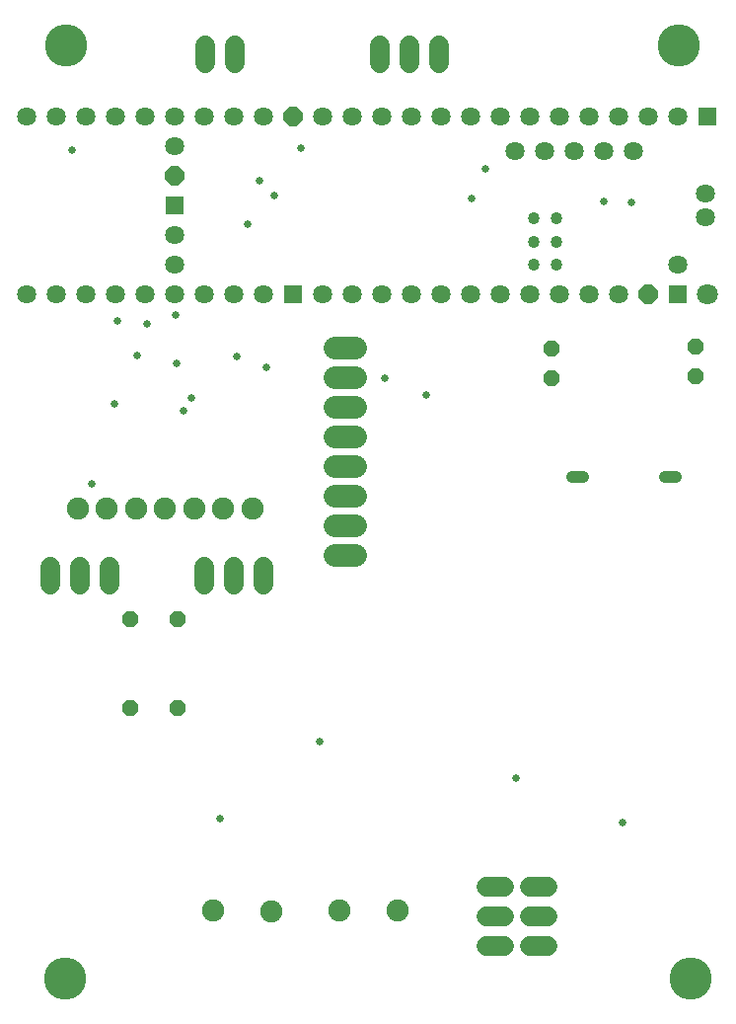
<source format=gts>
G04 EAGLE Gerber RS-274X export*
G75*
%MOMM*%
%FSLAX34Y34*%
%LPD*%
%INSoldermask Top*%
%IPPOS*%
%AMOC8*
5,1,8,0,0,1.08239X$1,22.5*%
G01*
%ADD10C,3.627000*%
%ADD11C,1.651000*%
%ADD12C,1.905000*%
%ADD13C,1.905000*%
%ADD14P,1.457113X8X292.500000*%
%ADD15P,1.457113X8X112.500000*%
%ADD16C,1.027000*%
%ADD17R,1.627000X1.627000*%
%ADD18C,1.803400*%
%ADD19P,1.761049X8X292.500000*%
%ADD20C,1.627000*%
%ADD21C,1.027000*%
%ADD22C,0.652000*%


D10*
X510000Y850000D03*
X-16000Y850000D03*
X-17000Y50000D03*
X520000Y50000D03*
D11*
X103300Y834780D02*
X103300Y850020D01*
X128700Y850020D02*
X128700Y834780D01*
X253300Y835180D02*
X253300Y850420D01*
X278700Y850420D02*
X278700Y835180D01*
X304100Y835180D02*
X304100Y850420D01*
D12*
X160000Y107800D03*
X110000Y108300D03*
X269000Y107900D03*
X219000Y108400D03*
D11*
X344680Y77700D02*
X359920Y77700D01*
X359920Y103100D02*
X344680Y103100D01*
X344680Y128500D02*
X359920Y128500D01*
X381980Y77800D02*
X397220Y77800D01*
X397220Y103200D02*
X381980Y103200D01*
X381980Y128600D02*
X397220Y128600D01*
D12*
X-6000Y453000D03*
X19000Y453000D03*
X44000Y453000D03*
X69000Y453000D03*
X94000Y453000D03*
X119000Y453000D03*
X144000Y453000D03*
D13*
X214810Y514500D02*
X232590Y514500D01*
X232590Y489100D02*
X214810Y489100D01*
X214810Y539900D02*
X232590Y539900D01*
X232590Y565300D02*
X214810Y565300D01*
X214810Y590700D02*
X232590Y590700D01*
X232590Y463700D02*
X214810Y463700D01*
X214810Y438300D02*
X232590Y438300D01*
X232590Y412900D02*
X214810Y412900D01*
D14*
X524000Y591700D03*
X524000Y566300D03*
X401000Y589700D03*
X401000Y564300D03*
D11*
X-29400Y402720D02*
X-29400Y387480D01*
X-4000Y387480D02*
X-4000Y402720D01*
X21400Y402720D02*
X21400Y387480D01*
X102600Y387480D02*
X102600Y402720D01*
X128000Y402720D02*
X128000Y387480D01*
X153400Y387480D02*
X153400Y402720D01*
D15*
X39000Y281900D03*
X39000Y358100D03*
X80000Y281900D03*
X80000Y358100D03*
D16*
X498500Y480000D02*
X507500Y480000D01*
X427500Y480000D02*
X418500Y480000D01*
D17*
X534800Y789200D03*
X77600Y713000D03*
X509400Y636800D03*
D18*
X534800Y636800D03*
D19*
X484000Y636800D03*
X77600Y738400D03*
D20*
X77600Y763800D03*
X77600Y687600D03*
X77600Y662200D03*
X204600Y636800D03*
X204600Y789200D03*
X509400Y789200D03*
X484000Y789200D03*
X458600Y789200D03*
X433200Y789200D03*
X407800Y789200D03*
X382400Y789200D03*
X357000Y789200D03*
X331600Y789200D03*
X306200Y789200D03*
X280800Y789200D03*
X255400Y789200D03*
X230000Y789200D03*
X509400Y662200D03*
X230000Y636800D03*
X255400Y636800D03*
X280800Y636800D03*
X306200Y636800D03*
X331600Y636800D03*
X357000Y636800D03*
X382400Y636800D03*
X407800Y636800D03*
X433200Y636800D03*
X458600Y636800D03*
D19*
X179200Y789200D03*
D20*
X128400Y789200D03*
X103000Y789200D03*
X77600Y789200D03*
X52200Y789200D03*
X26800Y789200D03*
X1400Y789200D03*
X-24000Y789200D03*
X-49400Y789200D03*
X153800Y636800D03*
X128400Y636800D03*
X103000Y636800D03*
X77600Y636800D03*
X52200Y636800D03*
X26800Y636800D03*
X1400Y636800D03*
X-24000Y636800D03*
X-49400Y636800D03*
X471300Y759200D03*
X445900Y759200D03*
X420500Y759200D03*
X395100Y759200D03*
X369700Y759200D03*
X153800Y789200D03*
D17*
X179200Y636800D03*
D20*
X532500Y703000D03*
X532500Y723000D03*
D21*
X405100Y661800D03*
X405100Y681800D03*
X405100Y701800D03*
X385100Y661800D03*
X385100Y681800D03*
X385100Y701800D03*
D22*
X92000Y548000D03*
X54000Y611000D03*
X186000Y762000D03*
X85000Y537000D03*
X45000Y584000D03*
X78000Y619000D03*
X26000Y543000D03*
X79000Y577000D03*
X-11000Y760000D03*
X116000Y187000D03*
X202000Y253000D03*
X156000Y574000D03*
X140000Y697000D03*
X462000Y184000D03*
X370000Y222000D03*
X469000Y715000D03*
X446000Y716000D03*
X332000Y719000D03*
X344000Y744000D03*
X258000Y565000D03*
X293000Y550000D03*
X150000Y734000D03*
X163000Y721000D03*
X28000Y614000D03*
X6000Y474000D03*
X131000Y583000D03*
M02*

</source>
